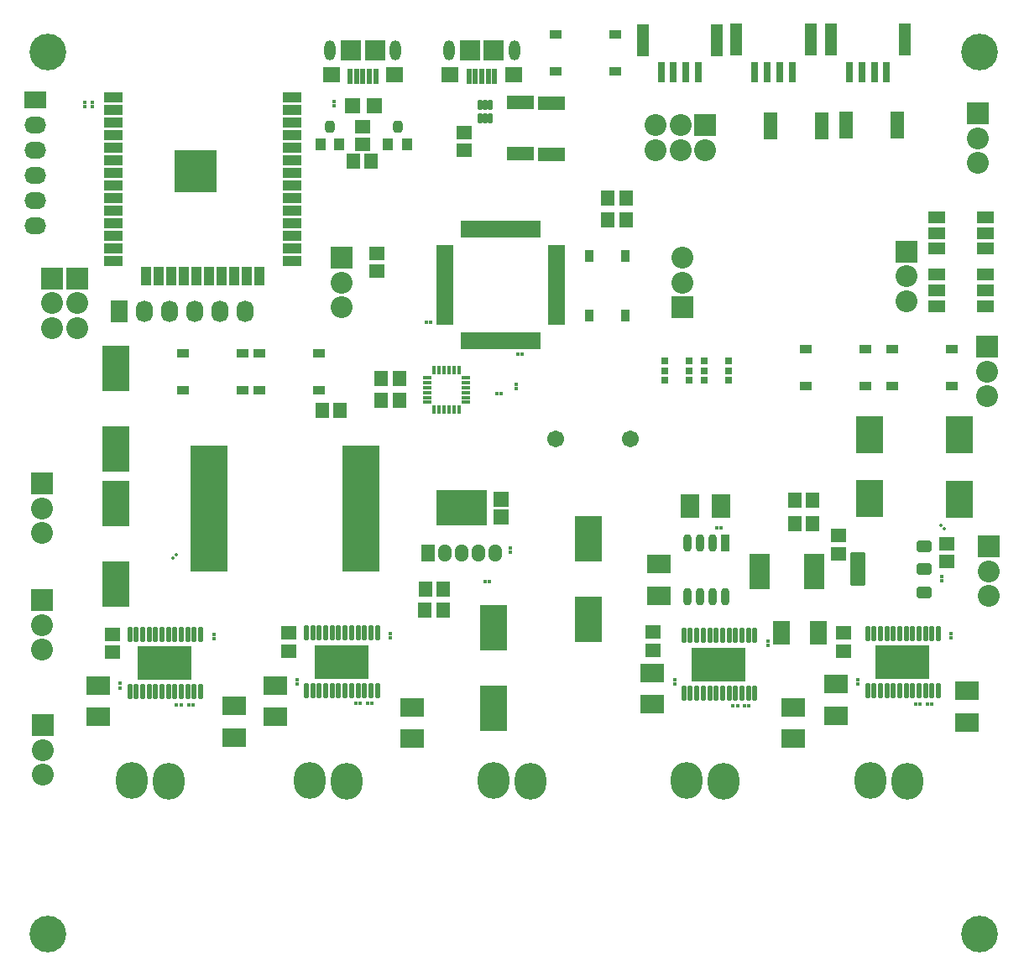
<source format=gts>
G04*
G04 #@! TF.GenerationSoftware,Altium Limited,Altium Designer,18.0.7 (293)*
G04*
G04 Layer_Color=8388736*
%FSLAX25Y25*%
%MOIN*%
G70*
G01*
G75*
%ADD24R,0.04737X0.03556*%
%ADD25R,0.03162X0.02769*%
%ADD26R,0.21509X0.13398*%
G04:AMPARAMS|DCode=27|XSize=62.99mil|YSize=21.65mil|CornerRadius=6.4mil|HoleSize=0mil|Usage=FLASHONLY|Rotation=270.000|XOffset=0mil|YOffset=0mil|HoleType=Round|Shape=RoundedRectangle|*
%AMROUNDEDRECTD27*
21,1,0.06299,0.00886,0,0,270.0*
21,1,0.05020,0.02165,0,0,270.0*
1,1,0.01280,-0.00443,-0.02510*
1,1,0.01280,-0.00443,0.02510*
1,1,0.01280,0.00443,0.02510*
1,1,0.01280,0.00443,-0.02510*
%
%ADD27ROUNDEDRECTD27*%
%ADD28R,0.01378X0.01378*%
%ADD29R,0.05524X0.06312*%
%ADD30R,0.01900X0.06600*%
%ADD31R,0.01378X0.01378*%
%ADD32R,0.16548X0.16548*%
%ADD33R,0.07493X0.04343*%
%ADD34R,0.04343X0.07493*%
%ADD35R,0.05702X0.10800*%
%ADD36R,0.03162X0.08280*%
%ADD37R,0.04737X0.13005*%
%ADD38R,0.06600X0.01900*%
%ADD39R,0.06312X0.05524*%
%ADD40R,0.06312X0.06312*%
%ADD41R,0.01724X0.03810*%
%ADD42R,0.03810X0.01724*%
G04:AMPARAMS|DCode=43|XSize=46.27mil|YSize=39.58mil|CornerRadius=11.89mil|HoleSize=0mil|Usage=FLASHONLY|Rotation=90.000|XOffset=0mil|YOffset=0mil|HoleType=Round|Shape=RoundedRectangle|*
%AMROUNDEDRECTD43*
21,1,0.04627,0.01579,0,0,90.0*
21,1,0.02248,0.03958,0,0,90.0*
1,1,0.02379,0.00789,0.01124*
1,1,0.02379,0.00789,-0.01124*
1,1,0.02379,-0.00789,-0.01124*
1,1,0.02379,-0.00789,0.01124*
%
%ADD43ROUNDEDRECTD43*%
%ADD44R,0.03958X0.04627*%
%ADD45R,0.06706X0.04737*%
%ADD46R,0.03556X0.04737*%
%ADD47R,0.10800X0.05702*%
G04:AMPARAMS|DCode=48|XSize=37.53mil|YSize=21.78mil|CornerRadius=4.55mil|HoleSize=0mil|Usage=FLASHONLY|Rotation=90.000|XOffset=0mil|YOffset=0mil|HoleType=Round|Shape=RoundedRectangle|*
%AMROUNDEDRECTD48*
21,1,0.03753,0.01268,0,0,90.0*
21,1,0.02843,0.02178,0,0,90.0*
1,1,0.00910,0.00634,0.01421*
1,1,0.00910,0.00634,-0.01421*
1,1,0.00910,-0.00634,-0.01421*
1,1,0.00910,-0.00634,0.01421*
%
%ADD48ROUNDEDRECTD48*%
%ADD49R,0.02375X0.06115*%
%ADD50R,0.07099X0.06312*%
%ADD51R,0.08280X0.08280*%
%ADD52P,0.01949X4X180.0*%
%ADD53R,0.10642X0.14580*%
G04:AMPARAMS|DCode=54|XSize=44.61mil|YSize=59.58mil|CornerRadius=6.75mil|HoleSize=0mil|Usage=FLASHONLY|Rotation=90.000|XOffset=0mil|YOffset=0mil|HoleType=Round|Shape=RoundedRectangle|*
%AMROUNDEDRECTD54*
21,1,0.04461,0.04608,0,0,90.0*
21,1,0.03112,0.05958,0,0,90.0*
1,1,0.01349,0.02304,0.01556*
1,1,0.01349,0.02304,-0.01556*
1,1,0.01349,-0.02304,-0.01556*
1,1,0.01349,-0.02304,0.01556*
%
%ADD54ROUNDEDRECTD54*%
G04:AMPARAMS|DCode=55|XSize=135.56mil|YSize=59.58mil|CornerRadius=7.87mil|HoleSize=0mil|Usage=FLASHONLY|Rotation=90.000|XOffset=0mil|YOffset=0mil|HoleType=Round|Shape=RoundedRectangle|*
%AMROUNDEDRECTD55*
21,1,0.13556,0.04384,0,0,90.0*
21,1,0.11982,0.05958,0,0,90.0*
1,1,0.01574,0.02192,0.05991*
1,1,0.01574,0.02192,-0.05991*
1,1,0.01574,-0.02192,-0.05991*
1,1,0.01574,-0.02192,0.05991*
%
%ADD55ROUNDEDRECTD55*%
%ADD56R,0.09300X0.07300*%
%ADD57R,0.06784X0.09383*%
%ADD58R,0.07887X0.14186*%
%ADD59R,0.07300X0.09300*%
%ADD60O,0.03202X0.07099*%
%ADD61R,0.03202X0.07099*%
%ADD62R,0.10642X0.18123*%
%ADD63P,0.01949X4X90.0*%
%ADD64R,0.19934X0.14028*%
%ADD65R,0.06312X0.06272*%
%ADD66R,0.14580X0.50013*%
%ADD67C,0.08674*%
%ADD68R,0.08674X0.08674*%
%ADD69C,0.06706*%
%ADD70R,0.08674X0.08674*%
%ADD71R,0.08674X0.06706*%
%ADD72O,0.08674X0.06706*%
%ADD73R,0.06706X0.08674*%
%ADD74O,0.06706X0.08674*%
%ADD75O,0.04343X0.07887*%
%ADD76O,0.05328X0.06942*%
%ADD77R,0.05328X0.06942*%
%ADD78O,0.12611X0.14580*%
%ADD79C,0.14580*%
D24*
X217913Y267421D02*
D03*
Y281988D02*
D03*
X194291Y267421D02*
D03*
Y281988D02*
D03*
X469193Y268996D02*
D03*
Y283563D02*
D03*
X445571Y268996D02*
D03*
Y283563D02*
D03*
X435039Y268996D02*
D03*
Y283563D02*
D03*
X411417Y268996D02*
D03*
Y283563D02*
D03*
X312106Y408661D02*
D03*
Y394094D02*
D03*
X335728Y408661D02*
D03*
Y394094D02*
D03*
X187500Y267421D02*
D03*
Y281988D02*
D03*
X163878Y267421D02*
D03*
Y281988D02*
D03*
D25*
X364862Y271358D02*
D03*
Y275098D02*
D03*
Y278839D02*
D03*
X355217Y271358D02*
D03*
Y275098D02*
D03*
Y278839D02*
D03*
X371063D02*
D03*
Y275098D02*
D03*
Y271358D02*
D03*
X380709Y278839D02*
D03*
Y275098D02*
D03*
Y271358D02*
D03*
D26*
X376772Y158366D02*
D03*
X226870Y159449D02*
D03*
X156693Y158957D02*
D03*
X449705Y159252D02*
D03*
D27*
X391043Y169882D02*
D03*
X388484D02*
D03*
X385925D02*
D03*
X383366D02*
D03*
X380807D02*
D03*
X378248D02*
D03*
X375689D02*
D03*
X373130D02*
D03*
X370571D02*
D03*
X368012D02*
D03*
X365453D02*
D03*
X362894D02*
D03*
X391043Y147047D02*
D03*
X388484D02*
D03*
X385925D02*
D03*
X383366D02*
D03*
X380807D02*
D03*
X378248D02*
D03*
X375689D02*
D03*
X373130D02*
D03*
X370571D02*
D03*
X368012D02*
D03*
X365453D02*
D03*
X362894D02*
D03*
X241142Y170965D02*
D03*
X238583D02*
D03*
X236024D02*
D03*
X233465D02*
D03*
X230906D02*
D03*
X228346D02*
D03*
X225787D02*
D03*
X223228D02*
D03*
X220669D02*
D03*
X218110D02*
D03*
X215551D02*
D03*
X212992D02*
D03*
X241142Y148130D02*
D03*
X238583D02*
D03*
X236024D02*
D03*
X233465D02*
D03*
X230906D02*
D03*
X228346D02*
D03*
X225787D02*
D03*
X223228D02*
D03*
X220669D02*
D03*
X218110D02*
D03*
X215551D02*
D03*
X212992D02*
D03*
X170965Y170472D02*
D03*
X168405D02*
D03*
X165847D02*
D03*
X163287D02*
D03*
X160728D02*
D03*
X158169D02*
D03*
X155610D02*
D03*
X153051D02*
D03*
X150492D02*
D03*
X147933D02*
D03*
X145374D02*
D03*
X142815D02*
D03*
X170965Y147638D02*
D03*
X168405D02*
D03*
X165847D02*
D03*
X163287D02*
D03*
X160728D02*
D03*
X158169D02*
D03*
X155610D02*
D03*
X153051D02*
D03*
X150492D02*
D03*
X147933D02*
D03*
X145374D02*
D03*
X142815D02*
D03*
X463976Y170768D02*
D03*
X461417D02*
D03*
X458858D02*
D03*
X456299D02*
D03*
X453740D02*
D03*
X451181D02*
D03*
X448622D02*
D03*
X446063D02*
D03*
X443504D02*
D03*
X440945D02*
D03*
X438386D02*
D03*
X435827D02*
D03*
X463976Y147933D02*
D03*
X461417D02*
D03*
X458858D02*
D03*
X456299D02*
D03*
X453740D02*
D03*
X451181D02*
D03*
X448622D02*
D03*
X446063D02*
D03*
X443504D02*
D03*
X440945D02*
D03*
X438386D02*
D03*
X435827D02*
D03*
D28*
X260630Y294291D02*
D03*
X262402D02*
D03*
X290354Y266142D02*
D03*
X288583D02*
D03*
X298721Y281594D02*
D03*
X296949D02*
D03*
X377658Y212795D02*
D03*
X375886D02*
D03*
X285630Y191437D02*
D03*
X283858D02*
D03*
X459547Y142717D02*
D03*
X461319D02*
D03*
X454921D02*
D03*
X456693D02*
D03*
X387008Y141929D02*
D03*
X388779D02*
D03*
X382382D02*
D03*
X384154D02*
D03*
X237205Y143012D02*
D03*
X238976D02*
D03*
X232579D02*
D03*
X234350D02*
D03*
X166142Y142421D02*
D03*
X167913D02*
D03*
X163189D02*
D03*
X161417D02*
D03*
D29*
X219193Y259252D02*
D03*
X226279D02*
D03*
X339862Y343701D02*
D03*
X332776D02*
D03*
X242717Y263484D02*
D03*
X249803D02*
D03*
X242717Y271850D02*
D03*
X249803D02*
D03*
X339862Y335039D02*
D03*
X332776D02*
D03*
X231693Y358366D02*
D03*
X238779D02*
D03*
X413878Y223524D02*
D03*
X406791D02*
D03*
X413976Y214370D02*
D03*
X406890D02*
D03*
X260039Y179921D02*
D03*
X267126D02*
D03*
X267323Y188386D02*
D03*
X260236D02*
D03*
D30*
X281258Y331254D02*
D03*
X283258D02*
D03*
X275358Y287053D02*
D03*
X277358D02*
D03*
X279358D02*
D03*
X281258D02*
D03*
X283258D02*
D03*
X285258D02*
D03*
X287158D02*
D03*
X289158D02*
D03*
X291158D02*
D03*
X293158D02*
D03*
X295058D02*
D03*
X297058D02*
D03*
X299058D02*
D03*
X300957D02*
D03*
X302958D02*
D03*
X304958D02*
D03*
Y331254D02*
D03*
X302958D02*
D03*
X300957D02*
D03*
X299058D02*
D03*
X297058D02*
D03*
X295058D02*
D03*
X293158D02*
D03*
X291158D02*
D03*
X289158D02*
D03*
X287158D02*
D03*
X285258D02*
D03*
X279358D02*
D03*
X277358D02*
D03*
X275358D02*
D03*
D31*
X223819Y380315D02*
D03*
Y382087D02*
D03*
X296260Y269783D02*
D03*
Y268012D02*
D03*
X128051Y379921D02*
D03*
Y381693D02*
D03*
X124803Y379921D02*
D03*
Y381693D02*
D03*
X465158Y193307D02*
D03*
Y191535D02*
D03*
X293996Y202953D02*
D03*
Y204724D02*
D03*
X469095Y168898D02*
D03*
Y170669D02*
D03*
X432087Y150492D02*
D03*
Y152264D02*
D03*
X396260Y166043D02*
D03*
Y167815D02*
D03*
X209252Y150492D02*
D03*
Y152264D02*
D03*
X138976Y150886D02*
D03*
Y149114D02*
D03*
X359154Y150492D02*
D03*
Y152264D02*
D03*
X246260Y168996D02*
D03*
Y170768D02*
D03*
X176279Y168701D02*
D03*
Y170472D02*
D03*
D32*
X168996Y354390D02*
D03*
D33*
X136319Y383563D02*
D03*
Y378563D02*
D03*
Y373563D02*
D03*
Y368563D02*
D03*
Y363563D02*
D03*
Y358563D02*
D03*
Y353563D02*
D03*
Y348563D02*
D03*
Y343563D02*
D03*
Y338563D02*
D03*
Y333563D02*
D03*
Y328563D02*
D03*
Y323563D02*
D03*
Y318563D02*
D03*
X207185D02*
D03*
Y323563D02*
D03*
Y328563D02*
D03*
Y333563D02*
D03*
Y338563D02*
D03*
Y343563D02*
D03*
Y348563D02*
D03*
Y353563D02*
D03*
Y358563D02*
D03*
Y363563D02*
D03*
Y368563D02*
D03*
Y373563D02*
D03*
Y378563D02*
D03*
Y383563D02*
D03*
D34*
X149252Y312657D02*
D03*
X154252D02*
D03*
X159252D02*
D03*
X164252D02*
D03*
X169252D02*
D03*
X174252D02*
D03*
X179252D02*
D03*
X184252D02*
D03*
X189252D02*
D03*
X194252D02*
D03*
D35*
X397427Y372441D02*
D03*
X417730D02*
D03*
X447469Y372638D02*
D03*
X427165D02*
D03*
D36*
X391043Y393799D02*
D03*
X395965D02*
D03*
X400886D02*
D03*
X405807D02*
D03*
X353855Y393598D02*
D03*
X358776D02*
D03*
X363698D02*
D03*
X368619D02*
D03*
X443405Y393799D02*
D03*
X438484D02*
D03*
X433563D02*
D03*
X428642D02*
D03*
D37*
X383743Y406599D02*
D03*
X413143D02*
D03*
X346555Y406398D02*
D03*
X375955D02*
D03*
X450742Y406599D02*
D03*
X421342D02*
D03*
D38*
X312258Y294354D02*
D03*
Y296354D02*
D03*
Y298354D02*
D03*
Y300254D02*
D03*
Y302254D02*
D03*
Y304254D02*
D03*
Y306153D02*
D03*
Y308154D02*
D03*
Y310154D02*
D03*
Y312154D02*
D03*
Y314054D02*
D03*
Y316054D02*
D03*
Y318054D02*
D03*
Y319953D02*
D03*
Y321954D02*
D03*
Y323954D02*
D03*
X268057D02*
D03*
Y321954D02*
D03*
Y319953D02*
D03*
Y318054D02*
D03*
Y316054D02*
D03*
Y314054D02*
D03*
Y312154D02*
D03*
Y310154D02*
D03*
Y308154D02*
D03*
Y306153D02*
D03*
Y304254D02*
D03*
Y302254D02*
D03*
Y300254D02*
D03*
Y298354D02*
D03*
Y296354D02*
D03*
Y294354D02*
D03*
D39*
X235236Y365059D02*
D03*
Y372146D02*
D03*
X240846Y314567D02*
D03*
Y321654D02*
D03*
X275590Y369685D02*
D03*
Y362598D02*
D03*
X424311Y209547D02*
D03*
Y202461D02*
D03*
X467323Y199213D02*
D03*
Y206299D02*
D03*
X426378Y170866D02*
D03*
Y163779D02*
D03*
X350787Y171161D02*
D03*
Y164075D02*
D03*
X205906Y170866D02*
D03*
Y163779D02*
D03*
X135827Y170472D02*
D03*
Y163386D02*
D03*
D40*
X231201Y380217D02*
D03*
X239862D02*
D03*
D41*
X263681Y275177D02*
D03*
X265650D02*
D03*
X267618D02*
D03*
X269587D02*
D03*
X271555D02*
D03*
X273524D02*
D03*
Y259665D02*
D03*
X271555D02*
D03*
X269587D02*
D03*
X267618D02*
D03*
X265650D02*
D03*
X263681D02*
D03*
D42*
X276358Y272342D02*
D03*
Y270374D02*
D03*
Y268406D02*
D03*
Y266437D02*
D03*
Y264469D02*
D03*
Y262500D02*
D03*
X260846D02*
D03*
Y264469D02*
D03*
Y266437D02*
D03*
Y268406D02*
D03*
Y270374D02*
D03*
Y272342D02*
D03*
D43*
X249174Y372059D02*
D03*
X222304Y371961D02*
D03*
D44*
X252854Y365059D02*
D03*
X245374D02*
D03*
X225984Y364961D02*
D03*
X218504D02*
D03*
D45*
X482579Y323524D02*
D03*
X482579Y329823D02*
D03*
X482579Y336122D02*
D03*
X463287Y323524D02*
D03*
Y329823D02*
D03*
Y336122D02*
D03*
X482480Y300689D02*
D03*
Y306988D02*
D03*
Y313287D02*
D03*
X463189Y300689D02*
D03*
Y306988D02*
D03*
Y313287D02*
D03*
D46*
X325197Y297146D02*
D03*
X339764D02*
D03*
X325197Y320768D02*
D03*
X339764D02*
D03*
D47*
X310433Y381411D02*
D03*
Y361108D02*
D03*
X297933Y361305D02*
D03*
Y381608D02*
D03*
D48*
X281988Y380768D02*
D03*
X283957D02*
D03*
X285925D02*
D03*
Y375335D02*
D03*
X283957D02*
D03*
X281988D02*
D03*
D49*
X287697Y391929D02*
D03*
X285138D02*
D03*
X282579Y391929D02*
D03*
X280020Y391929D02*
D03*
X277461D02*
D03*
X240551Y391831D02*
D03*
X237992D02*
D03*
X235433D02*
D03*
X232874D02*
D03*
X230315D02*
D03*
D50*
X295177Y392815D02*
D03*
X269980D02*
D03*
X248031Y392717D02*
D03*
X222835D02*
D03*
D51*
X287303Y402461D02*
D03*
X277854D02*
D03*
X240158Y402362D02*
D03*
X230709D02*
D03*
D52*
X465086Y213556D02*
D03*
X466339Y212303D02*
D03*
D53*
X472441Y249705D02*
D03*
Y224114D02*
D03*
X436516Y249803D02*
D03*
Y224213D02*
D03*
D54*
X458150Y187146D02*
D03*
X458150Y196161D02*
D03*
X458150Y205177D02*
D03*
D55*
X431811Y196161D02*
D03*
D56*
X352854Y185679D02*
D03*
Y198179D02*
D03*
X423228Y138140D02*
D03*
Y150640D02*
D03*
X350295Y142520D02*
D03*
Y155020D02*
D03*
X200492Y137648D02*
D03*
Y150148D02*
D03*
X255118Y128888D02*
D03*
Y141388D02*
D03*
X130413Y137648D02*
D03*
Y150148D02*
D03*
X184153Y129380D02*
D03*
Y141880D02*
D03*
X475295Y147982D02*
D03*
Y135482D02*
D03*
X406201Y141486D02*
D03*
Y128986D02*
D03*
D57*
X416199Y171063D02*
D03*
X401715D02*
D03*
D58*
X392815Y195374D02*
D03*
X414468D02*
D03*
D59*
X377707Y221260D02*
D03*
X365207D02*
D03*
D60*
X364409Y185236D02*
D03*
X369409Y185236D02*
D03*
X374410Y185236D02*
D03*
X379410Y185236D02*
D03*
X364409Y206496D02*
D03*
X369409D02*
D03*
X374410D02*
D03*
D61*
X379410D02*
D03*
D62*
X137205Y243925D02*
D03*
Y275925D02*
D03*
X137303Y222315D02*
D03*
Y190315D02*
D03*
X325098Y176406D02*
D03*
Y208405D02*
D03*
X287205Y141043D02*
D03*
Y173043D02*
D03*
D63*
X161194Y201942D02*
D03*
X159941Y200689D02*
D03*
D64*
X274776Y220492D02*
D03*
D65*
X290453Y224114D02*
D03*
Y216870D02*
D03*
D66*
X174213Y220177D02*
D03*
X234646D02*
D03*
D67*
X361614Y362598D02*
D03*
X451279Y302756D02*
D03*
Y312598D02*
D03*
X479626Y357579D02*
D03*
Y367421D02*
D03*
X362402Y319882D02*
D03*
Y310039D02*
D03*
X121894Y292114D02*
D03*
Y301957D02*
D03*
X111894Y292114D02*
D03*
Y301957D02*
D03*
X226969Y300197D02*
D03*
Y310039D02*
D03*
X351732Y372618D02*
D03*
X361575D02*
D03*
X351732Y362618D02*
D03*
X371417D02*
D03*
X108071Y164272D02*
D03*
Y174114D02*
D03*
X108268Y114567D02*
D03*
Y124409D02*
D03*
X483268Y264862D02*
D03*
Y274705D02*
D03*
X484055Y185531D02*
D03*
Y195374D02*
D03*
X107972Y210531D02*
D03*
Y220374D02*
D03*
D68*
X451279Y322441D02*
D03*
X479626Y377264D02*
D03*
X362402Y300197D02*
D03*
X121894Y311799D02*
D03*
X111894D02*
D03*
X226969Y319882D02*
D03*
X108071Y183957D02*
D03*
X108268Y134252D02*
D03*
X483268Y284547D02*
D03*
X484055Y205217D02*
D03*
X107972Y230217D02*
D03*
D69*
X311811Y248031D02*
D03*
X341732D02*
D03*
D70*
X371417Y372618D02*
D03*
D71*
X105315Y382697D02*
D03*
D72*
Y372697D02*
D03*
Y362697D02*
D03*
Y352697D02*
D03*
Y342697D02*
D03*
Y332697D02*
D03*
D73*
X138563Y298721D02*
D03*
D74*
X148563D02*
D03*
X158563D02*
D03*
X168563D02*
D03*
X178563D02*
D03*
X188563D02*
D03*
D75*
X295571Y402461D02*
D03*
X269587D02*
D03*
X248425Y402362D02*
D03*
X222441D02*
D03*
D76*
X288071Y202658D02*
D03*
X281339D02*
D03*
X274606D02*
D03*
X267874D02*
D03*
D77*
X261142D02*
D03*
D78*
X301944Y112005D02*
D03*
X287244Y112205D02*
D03*
X451550Y112005D02*
D03*
X436850Y112205D02*
D03*
X378716Y112005D02*
D03*
X364016Y112205D02*
D03*
X229110Y112005D02*
D03*
X214409Y112205D02*
D03*
X158243Y112005D02*
D03*
X143543Y112205D02*
D03*
D79*
X480315Y51181D02*
D03*
X110236D02*
D03*
X480315Y401575D02*
D03*
X110236D02*
D03*
M02*

</source>
